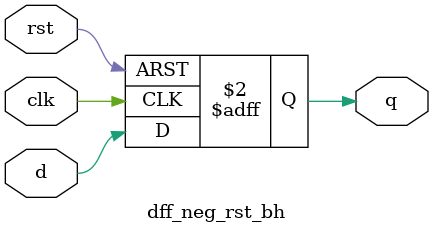
<source format=v>
/***********************************************
    D - Flip-Flop  (negative edge triggred)
    Asynchronous Reset (active high)
***********************************************/

module dff_neg_rst_bh(q,d,clk,rst);

input d,clk,rst;
output reg q;

always@(negedge clk or posedge rst)
begin
    if(rst)
        q<=1'b0;
    else 
        q<=d; 
end


endmodule

</source>
